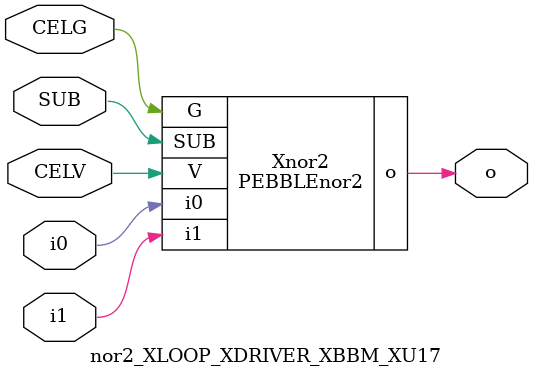
<source format=v>



module PEBBLEnor2 ( o, G, SUB, V, i0, i1 );

  input i0;
  input V;
  input i1;
  input G;
  output o;
  input SUB;
endmodule

//Celera Confidential Do Not Copy nor2_XLOOP_XDRIVER_XBBM_XU17
//Celera Confidential Symbol Generator
//nor2
module nor2_XLOOP_XDRIVER_XBBM_XU17 (CELV,CELG,i0,i1,o,SUB);
input CELV;
input CELG;
input i0;
input i1;
input SUB;
output o;

//Celera Confidential Do Not Copy nor2
PEBBLEnor2 Xnor2(
.V (CELV),
.i0 (i0),
.i1 (i1),
.o (o),
.SUB (SUB),
.G (CELG)
);
//,diesize,PEBBLEnor2

//Celera Confidential Do Not Copy Module End
//Celera Schematic Generator
endmodule

</source>
